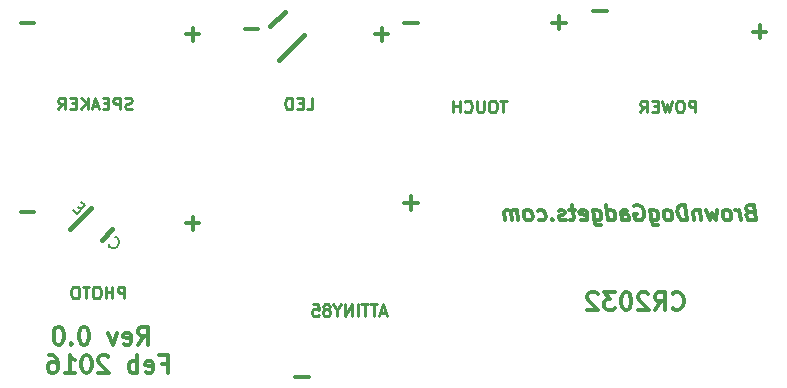
<source format=gbo>
G04 #@! TF.FileFunction,Legend,Bot*
%FSLAX46Y46*%
G04 Gerber Fmt 4.6, Leading zero omitted, Abs format (unit mm)*
G04 Created by KiCad (PCBNEW (2015-08-15 BZR 6092)-product) date 2/28/2016 12:14:40 PM*
%MOMM*%
G01*
G04 APERTURE LIST*
%ADD10C,0.100000*%
%ADD11C,0.300000*%
%ADD12C,0.250000*%
%ADD13C,0.400000*%
%ADD14C,0.150000*%
G04 APERTURE END LIST*
D10*
D11*
X119375713Y-55358571D02*
X119875713Y-54644286D01*
X120232856Y-55358571D02*
X120232856Y-53858571D01*
X119661428Y-53858571D01*
X119518570Y-53930000D01*
X119447142Y-54001429D01*
X119375713Y-54144286D01*
X119375713Y-54358571D01*
X119447142Y-54501429D01*
X119518570Y-54572857D01*
X119661428Y-54644286D01*
X120232856Y-54644286D01*
X118161428Y-55287143D02*
X118304285Y-55358571D01*
X118589999Y-55358571D01*
X118732856Y-55287143D01*
X118804285Y-55144286D01*
X118804285Y-54572857D01*
X118732856Y-54430000D01*
X118589999Y-54358571D01*
X118304285Y-54358571D01*
X118161428Y-54430000D01*
X118089999Y-54572857D01*
X118089999Y-54715714D01*
X118804285Y-54858571D01*
X117589999Y-54358571D02*
X117232856Y-55358571D01*
X116875714Y-54358571D01*
X114875714Y-53858571D02*
X114732857Y-53858571D01*
X114590000Y-53930000D01*
X114518571Y-54001429D01*
X114447142Y-54144286D01*
X114375714Y-54430000D01*
X114375714Y-54787143D01*
X114447142Y-55072857D01*
X114518571Y-55215714D01*
X114590000Y-55287143D01*
X114732857Y-55358571D01*
X114875714Y-55358571D01*
X115018571Y-55287143D01*
X115090000Y-55215714D01*
X115161428Y-55072857D01*
X115232857Y-54787143D01*
X115232857Y-54430000D01*
X115161428Y-54144286D01*
X115090000Y-54001429D01*
X115018571Y-53930000D01*
X114875714Y-53858571D01*
X113732857Y-55215714D02*
X113661429Y-55287143D01*
X113732857Y-55358571D01*
X113804286Y-55287143D01*
X113732857Y-55215714D01*
X113732857Y-55358571D01*
X112732857Y-53858571D02*
X112590000Y-53858571D01*
X112447143Y-53930000D01*
X112375714Y-54001429D01*
X112304285Y-54144286D01*
X112232857Y-54430000D01*
X112232857Y-54787143D01*
X112304285Y-55072857D01*
X112375714Y-55215714D01*
X112447143Y-55287143D01*
X112590000Y-55358571D01*
X112732857Y-55358571D01*
X112875714Y-55287143D01*
X112947143Y-55215714D01*
X113018571Y-55072857D01*
X113090000Y-54787143D01*
X113090000Y-54430000D01*
X113018571Y-54144286D01*
X112947143Y-54001429D01*
X112875714Y-53930000D01*
X112732857Y-53858571D01*
X121375713Y-56972857D02*
X121875713Y-56972857D01*
X121875713Y-57758571D02*
X121875713Y-56258571D01*
X121161427Y-56258571D01*
X120018571Y-57687143D02*
X120161428Y-57758571D01*
X120447142Y-57758571D01*
X120589999Y-57687143D01*
X120661428Y-57544286D01*
X120661428Y-56972857D01*
X120589999Y-56830000D01*
X120447142Y-56758571D01*
X120161428Y-56758571D01*
X120018571Y-56830000D01*
X119947142Y-56972857D01*
X119947142Y-57115714D01*
X120661428Y-57258571D01*
X119304285Y-57758571D02*
X119304285Y-56258571D01*
X119304285Y-56830000D02*
X119161428Y-56758571D01*
X118875714Y-56758571D01*
X118732857Y-56830000D01*
X118661428Y-56901429D01*
X118589999Y-57044286D01*
X118589999Y-57472857D01*
X118661428Y-57615714D01*
X118732857Y-57687143D01*
X118875714Y-57758571D01*
X119161428Y-57758571D01*
X119304285Y-57687143D01*
X116875714Y-56401429D02*
X116804285Y-56330000D01*
X116661428Y-56258571D01*
X116304285Y-56258571D01*
X116161428Y-56330000D01*
X116089999Y-56401429D01*
X116018571Y-56544286D01*
X116018571Y-56687143D01*
X116089999Y-56901429D01*
X116947142Y-57758571D01*
X116018571Y-57758571D01*
X115090000Y-56258571D02*
X114947143Y-56258571D01*
X114804286Y-56330000D01*
X114732857Y-56401429D01*
X114661428Y-56544286D01*
X114590000Y-56830000D01*
X114590000Y-57187143D01*
X114661428Y-57472857D01*
X114732857Y-57615714D01*
X114804286Y-57687143D01*
X114947143Y-57758571D01*
X115090000Y-57758571D01*
X115232857Y-57687143D01*
X115304286Y-57615714D01*
X115375714Y-57472857D01*
X115447143Y-57187143D01*
X115447143Y-56830000D01*
X115375714Y-56544286D01*
X115304286Y-56401429D01*
X115232857Y-56330000D01*
X115090000Y-56258571D01*
X113161429Y-57758571D02*
X114018572Y-57758571D01*
X113590000Y-57758571D02*
X113590000Y-56258571D01*
X113732857Y-56472857D01*
X113875715Y-56615714D01*
X114018572Y-56687143D01*
X111875715Y-56258571D02*
X112161429Y-56258571D01*
X112304286Y-56330000D01*
X112375715Y-56401429D01*
X112518572Y-56615714D01*
X112590001Y-56901429D01*
X112590001Y-57472857D01*
X112518572Y-57615714D01*
X112447144Y-57687143D01*
X112304286Y-57758571D01*
X112018572Y-57758571D01*
X111875715Y-57687143D01*
X111804286Y-57615714D01*
X111732858Y-57472857D01*
X111732858Y-57115714D01*
X111804286Y-56972857D01*
X111875715Y-56901429D01*
X112018572Y-56830000D01*
X112304286Y-56830000D01*
X112447144Y-56901429D01*
X112518572Y-56972857D01*
X112590001Y-57115714D01*
X133821428Y-58107143D02*
X132678571Y-58107143D01*
D12*
X118869048Y-35404762D02*
X118726191Y-35452381D01*
X118488095Y-35452381D01*
X118392857Y-35404762D01*
X118345238Y-35357143D01*
X118297619Y-35261905D01*
X118297619Y-35166667D01*
X118345238Y-35071429D01*
X118392857Y-35023810D01*
X118488095Y-34976190D01*
X118678572Y-34928571D01*
X118773810Y-34880952D01*
X118821429Y-34833333D01*
X118869048Y-34738095D01*
X118869048Y-34642857D01*
X118821429Y-34547619D01*
X118773810Y-34500000D01*
X118678572Y-34452381D01*
X118440476Y-34452381D01*
X118297619Y-34500000D01*
X117869048Y-35452381D02*
X117869048Y-34452381D01*
X117488095Y-34452381D01*
X117392857Y-34500000D01*
X117345238Y-34547619D01*
X117297619Y-34642857D01*
X117297619Y-34785714D01*
X117345238Y-34880952D01*
X117392857Y-34928571D01*
X117488095Y-34976190D01*
X117869048Y-34976190D01*
X116869048Y-34928571D02*
X116535714Y-34928571D01*
X116392857Y-35452381D02*
X116869048Y-35452381D01*
X116869048Y-34452381D01*
X116392857Y-34452381D01*
X116011905Y-35166667D02*
X115535714Y-35166667D01*
X116107143Y-35452381D02*
X115773810Y-34452381D01*
X115440476Y-35452381D01*
X115107143Y-35452381D02*
X115107143Y-34452381D01*
X114535714Y-35452381D02*
X114964286Y-34880952D01*
X114535714Y-34452381D02*
X115107143Y-35023810D01*
X114107143Y-34928571D02*
X113773809Y-34928571D01*
X113630952Y-35452381D02*
X114107143Y-35452381D01*
X114107143Y-34452381D01*
X113630952Y-34452381D01*
X112630952Y-35452381D02*
X112964286Y-34976190D01*
X113202381Y-35452381D02*
X113202381Y-34452381D01*
X112821428Y-34452381D01*
X112726190Y-34500000D01*
X112678571Y-34547619D01*
X112630952Y-34642857D01*
X112630952Y-34785714D01*
X112678571Y-34880952D01*
X112726190Y-34928571D01*
X112821428Y-34976190D01*
X113202381Y-34976190D01*
D11*
X143071428Y-43357143D02*
X141928571Y-43357143D01*
X142500000Y-43928571D02*
X142500000Y-42785714D01*
D12*
X118214286Y-51452381D02*
X118214286Y-50452381D01*
X117833333Y-50452381D01*
X117738095Y-50500000D01*
X117690476Y-50547619D01*
X117642857Y-50642857D01*
X117642857Y-50785714D01*
X117690476Y-50880952D01*
X117738095Y-50928571D01*
X117833333Y-50976190D01*
X118214286Y-50976190D01*
X117214286Y-51452381D02*
X117214286Y-50452381D01*
X117214286Y-50928571D02*
X116642857Y-50928571D01*
X116642857Y-51452381D02*
X116642857Y-50452381D01*
X115976191Y-50452381D02*
X115785714Y-50452381D01*
X115690476Y-50500000D01*
X115595238Y-50595238D01*
X115547619Y-50785714D01*
X115547619Y-51119048D01*
X115595238Y-51309524D01*
X115690476Y-51404762D01*
X115785714Y-51452381D01*
X115976191Y-51452381D01*
X116071429Y-51404762D01*
X116166667Y-51309524D01*
X116214286Y-51119048D01*
X116214286Y-50785714D01*
X116166667Y-50595238D01*
X116071429Y-50500000D01*
X115976191Y-50452381D01*
X115261905Y-50452381D02*
X114690476Y-50452381D01*
X114976191Y-51452381D02*
X114976191Y-50452381D01*
X114166667Y-50452381D02*
X113976190Y-50452381D01*
X113880952Y-50500000D01*
X113785714Y-50595238D01*
X113738095Y-50785714D01*
X113738095Y-51119048D01*
X113785714Y-51309524D01*
X113880952Y-51404762D01*
X113976190Y-51452381D01*
X114166667Y-51452381D01*
X114261905Y-51404762D01*
X114357143Y-51309524D01*
X114404762Y-51119048D01*
X114404762Y-50785714D01*
X114357143Y-50595238D01*
X114261905Y-50500000D01*
X114166667Y-50452381D01*
D11*
X124571428Y-45107143D02*
X123428571Y-45107143D01*
X124000000Y-45678571D02*
X124000000Y-44535714D01*
X110571428Y-44107143D02*
X109428571Y-44107143D01*
X110571428Y-28107143D02*
X109428571Y-28107143D01*
X159071428Y-27107143D02*
X157928571Y-27107143D01*
X172571428Y-28857143D02*
X171428571Y-28857143D01*
X172000000Y-29428571D02*
X172000000Y-28285714D01*
X143071428Y-28107143D02*
X141928571Y-28107143D01*
X155571428Y-28107143D02*
X154428571Y-28107143D01*
X155000000Y-28678571D02*
X155000000Y-27535714D01*
X129571428Y-28607143D02*
X128428571Y-28607143D01*
X124571428Y-29107143D02*
X123428571Y-29107143D01*
X124000000Y-29678571D02*
X124000000Y-28535714D01*
D12*
X166559524Y-35702381D02*
X166559524Y-34702381D01*
X166178571Y-34702381D01*
X166083333Y-34750000D01*
X166035714Y-34797619D01*
X165988095Y-34892857D01*
X165988095Y-35035714D01*
X166035714Y-35130952D01*
X166083333Y-35178571D01*
X166178571Y-35226190D01*
X166559524Y-35226190D01*
X165369048Y-34702381D02*
X165178571Y-34702381D01*
X165083333Y-34750000D01*
X164988095Y-34845238D01*
X164940476Y-35035714D01*
X164940476Y-35369048D01*
X164988095Y-35559524D01*
X165083333Y-35654762D01*
X165178571Y-35702381D01*
X165369048Y-35702381D01*
X165464286Y-35654762D01*
X165559524Y-35559524D01*
X165607143Y-35369048D01*
X165607143Y-35035714D01*
X165559524Y-34845238D01*
X165464286Y-34750000D01*
X165369048Y-34702381D01*
X164607143Y-34702381D02*
X164369048Y-35702381D01*
X164178571Y-34988095D01*
X163988095Y-35702381D01*
X163750000Y-34702381D01*
X163369048Y-35178571D02*
X163035714Y-35178571D01*
X162892857Y-35702381D02*
X163369048Y-35702381D01*
X163369048Y-34702381D01*
X162892857Y-34702381D01*
X161892857Y-35702381D02*
X162226191Y-35226190D01*
X162464286Y-35702381D02*
X162464286Y-34702381D01*
X162083333Y-34702381D01*
X161988095Y-34750000D01*
X161940476Y-34797619D01*
X161892857Y-34892857D01*
X161892857Y-35035714D01*
X161940476Y-35130952D01*
X161988095Y-35178571D01*
X162083333Y-35226190D01*
X162464286Y-35226190D01*
X150607143Y-34702381D02*
X150035714Y-34702381D01*
X150321429Y-35702381D02*
X150321429Y-34702381D01*
X149511905Y-34702381D02*
X149321428Y-34702381D01*
X149226190Y-34750000D01*
X149130952Y-34845238D01*
X149083333Y-35035714D01*
X149083333Y-35369048D01*
X149130952Y-35559524D01*
X149226190Y-35654762D01*
X149321428Y-35702381D01*
X149511905Y-35702381D01*
X149607143Y-35654762D01*
X149702381Y-35559524D01*
X149750000Y-35369048D01*
X149750000Y-35035714D01*
X149702381Y-34845238D01*
X149607143Y-34750000D01*
X149511905Y-34702381D01*
X148654762Y-34702381D02*
X148654762Y-35511905D01*
X148607143Y-35607143D01*
X148559524Y-35654762D01*
X148464286Y-35702381D01*
X148273809Y-35702381D01*
X148178571Y-35654762D01*
X148130952Y-35607143D01*
X148083333Y-35511905D01*
X148083333Y-34702381D01*
X147035714Y-35607143D02*
X147083333Y-35654762D01*
X147226190Y-35702381D01*
X147321428Y-35702381D01*
X147464286Y-35654762D01*
X147559524Y-35559524D01*
X147607143Y-35464286D01*
X147654762Y-35273810D01*
X147654762Y-35130952D01*
X147607143Y-34940476D01*
X147559524Y-34845238D01*
X147464286Y-34750000D01*
X147321428Y-34702381D01*
X147226190Y-34702381D01*
X147083333Y-34750000D01*
X147035714Y-34797619D01*
X146607143Y-35702381D02*
X146607143Y-34702381D01*
X146607143Y-35178571D02*
X146035714Y-35178571D01*
X146035714Y-35702381D02*
X146035714Y-34702381D01*
X133642857Y-35452381D02*
X134119048Y-35452381D01*
X134119048Y-34452381D01*
X133309524Y-34928571D02*
X132976190Y-34928571D01*
X132833333Y-35452381D02*
X133309524Y-35452381D01*
X133309524Y-34452381D01*
X132833333Y-34452381D01*
X132404762Y-35452381D02*
X132404762Y-34452381D01*
X132166667Y-34452381D01*
X132023809Y-34500000D01*
X131928571Y-34595238D01*
X131880952Y-34690476D01*
X131833333Y-34880952D01*
X131833333Y-35023810D01*
X131880952Y-35214286D01*
X131928571Y-35309524D01*
X132023809Y-35404762D01*
X132166667Y-35452381D01*
X132404762Y-35452381D01*
D11*
X140571428Y-29107143D02*
X139428571Y-29107143D01*
X140000000Y-29678571D02*
X140000000Y-28535714D01*
D12*
X140392857Y-52666667D02*
X139916666Y-52666667D01*
X140488095Y-52952381D02*
X140154762Y-51952381D01*
X139821428Y-52952381D01*
X139630952Y-51952381D02*
X139059523Y-51952381D01*
X139345238Y-52952381D02*
X139345238Y-51952381D01*
X138869047Y-51952381D02*
X138297618Y-51952381D01*
X138583333Y-52952381D02*
X138583333Y-51952381D01*
X137964285Y-52952381D02*
X137964285Y-51952381D01*
X137488095Y-52952381D02*
X137488095Y-51952381D01*
X136916666Y-52952381D01*
X136916666Y-51952381D01*
X136250000Y-52476190D02*
X136250000Y-52952381D01*
X136583333Y-51952381D02*
X136250000Y-52476190D01*
X135916666Y-51952381D01*
X135440476Y-52380952D02*
X135535714Y-52333333D01*
X135583333Y-52285714D01*
X135630952Y-52190476D01*
X135630952Y-52142857D01*
X135583333Y-52047619D01*
X135535714Y-52000000D01*
X135440476Y-51952381D01*
X135249999Y-51952381D01*
X135154761Y-52000000D01*
X135107142Y-52047619D01*
X135059523Y-52142857D01*
X135059523Y-52190476D01*
X135107142Y-52285714D01*
X135154761Y-52333333D01*
X135249999Y-52380952D01*
X135440476Y-52380952D01*
X135535714Y-52428571D01*
X135583333Y-52476190D01*
X135630952Y-52571429D01*
X135630952Y-52761905D01*
X135583333Y-52857143D01*
X135535714Y-52904762D01*
X135440476Y-52952381D01*
X135249999Y-52952381D01*
X135154761Y-52904762D01*
X135107142Y-52857143D01*
X135059523Y-52761905D01*
X135059523Y-52571429D01*
X135107142Y-52476190D01*
X135154761Y-52428571D01*
X135249999Y-52380952D01*
X134154761Y-51952381D02*
X134630952Y-51952381D01*
X134678571Y-52428571D01*
X134630952Y-52380952D01*
X134535714Y-52333333D01*
X134297618Y-52333333D01*
X134202380Y-52380952D01*
X134154761Y-52428571D01*
X134107142Y-52523810D01*
X134107142Y-52761905D01*
X134154761Y-52857143D01*
X134202380Y-52904762D01*
X134297618Y-52952381D01*
X134535714Y-52952381D01*
X134630952Y-52904762D01*
X134678571Y-52857143D01*
D11*
X164642856Y-52285714D02*
X164714285Y-52357143D01*
X164928571Y-52428571D01*
X165071428Y-52428571D01*
X165285713Y-52357143D01*
X165428571Y-52214286D01*
X165499999Y-52071429D01*
X165571428Y-51785714D01*
X165571428Y-51571429D01*
X165499999Y-51285714D01*
X165428571Y-51142857D01*
X165285713Y-51000000D01*
X165071428Y-50928571D01*
X164928571Y-50928571D01*
X164714285Y-51000000D01*
X164642856Y-51071429D01*
X163142856Y-52428571D02*
X163642856Y-51714286D01*
X163999999Y-52428571D02*
X163999999Y-50928571D01*
X163428571Y-50928571D01*
X163285713Y-51000000D01*
X163214285Y-51071429D01*
X163142856Y-51214286D01*
X163142856Y-51428571D01*
X163214285Y-51571429D01*
X163285713Y-51642857D01*
X163428571Y-51714286D01*
X163999999Y-51714286D01*
X162571428Y-51071429D02*
X162499999Y-51000000D01*
X162357142Y-50928571D01*
X161999999Y-50928571D01*
X161857142Y-51000000D01*
X161785713Y-51071429D01*
X161714285Y-51214286D01*
X161714285Y-51357143D01*
X161785713Y-51571429D01*
X162642856Y-52428571D01*
X161714285Y-52428571D01*
X160785714Y-50928571D02*
X160642857Y-50928571D01*
X160500000Y-51000000D01*
X160428571Y-51071429D01*
X160357142Y-51214286D01*
X160285714Y-51500000D01*
X160285714Y-51857143D01*
X160357142Y-52142857D01*
X160428571Y-52285714D01*
X160500000Y-52357143D01*
X160642857Y-52428571D01*
X160785714Y-52428571D01*
X160928571Y-52357143D01*
X161000000Y-52285714D01*
X161071428Y-52142857D01*
X161142857Y-51857143D01*
X161142857Y-51500000D01*
X161071428Y-51214286D01*
X161000000Y-51071429D01*
X160928571Y-51000000D01*
X160785714Y-50928571D01*
X159785714Y-50928571D02*
X158857143Y-50928571D01*
X159357143Y-51500000D01*
X159142857Y-51500000D01*
X159000000Y-51571429D01*
X158928571Y-51642857D01*
X158857143Y-51785714D01*
X158857143Y-52142857D01*
X158928571Y-52285714D01*
X159000000Y-52357143D01*
X159142857Y-52428571D01*
X159571429Y-52428571D01*
X159714286Y-52357143D01*
X159785714Y-52285714D01*
X158285715Y-51071429D02*
X158214286Y-51000000D01*
X158071429Y-50928571D01*
X157714286Y-50928571D01*
X157571429Y-51000000D01*
X157500000Y-51071429D01*
X157428572Y-51214286D01*
X157428572Y-51357143D01*
X157500000Y-51571429D01*
X158357143Y-52428571D01*
X157428572Y-52428571D01*
X171171725Y-44157143D02*
X170993749Y-44219048D01*
X170939582Y-44280952D01*
X170893153Y-44404762D01*
X170916367Y-44590476D01*
X170993749Y-44714286D01*
X171063392Y-44776190D01*
X171194939Y-44838095D01*
X171690177Y-44838095D01*
X171527677Y-43538095D01*
X171094344Y-43538095D01*
X170978272Y-43600000D01*
X170924106Y-43661905D01*
X170877677Y-43785714D01*
X170893153Y-43909524D01*
X170970535Y-44033333D01*
X171040177Y-44095238D01*
X171171725Y-44157143D01*
X171605058Y-44157143D01*
X170390177Y-44838095D02*
X170281844Y-43971429D01*
X170312796Y-44219048D02*
X170235415Y-44095238D01*
X170165773Y-44033333D01*
X170034225Y-43971429D01*
X169910416Y-43971429D01*
X169399701Y-44838095D02*
X169515772Y-44776190D01*
X169569939Y-44714286D01*
X169616367Y-44590476D01*
X169569939Y-44219048D01*
X169492558Y-44095238D01*
X169422915Y-44033333D01*
X169291368Y-43971429D01*
X169105654Y-43971429D01*
X168989582Y-44033333D01*
X168935415Y-44095238D01*
X168888987Y-44219048D01*
X168935415Y-44590476D01*
X169012796Y-44714286D01*
X169082439Y-44776190D01*
X169213987Y-44838095D01*
X169399701Y-44838095D01*
X168424702Y-43971429D02*
X168285416Y-44838095D01*
X167960416Y-44219048D01*
X167790178Y-44838095D01*
X167434226Y-43971429D01*
X166938987Y-43971429D02*
X167047320Y-44838095D01*
X166954463Y-44095238D02*
X166884820Y-44033333D01*
X166753273Y-43971429D01*
X166567559Y-43971429D01*
X166451487Y-44033333D01*
X166405058Y-44157143D01*
X166490177Y-44838095D01*
X165871130Y-44838095D02*
X165708630Y-43538095D01*
X165399106Y-43538095D01*
X165221130Y-43600000D01*
X165112797Y-43723810D01*
X165066368Y-43847619D01*
X165035416Y-44095238D01*
X165058630Y-44280952D01*
X165151487Y-44528571D01*
X165228869Y-44652381D01*
X165368154Y-44776190D01*
X165561606Y-44838095D01*
X165871130Y-44838095D01*
X164385416Y-44838095D02*
X164501487Y-44776190D01*
X164555654Y-44714286D01*
X164602082Y-44590476D01*
X164555654Y-44219048D01*
X164478273Y-44095238D01*
X164408630Y-44033333D01*
X164277083Y-43971429D01*
X164091369Y-43971429D01*
X163975297Y-44033333D01*
X163921130Y-44095238D01*
X163874702Y-44219048D01*
X163921130Y-44590476D01*
X163998511Y-44714286D01*
X164068154Y-44776190D01*
X164199702Y-44838095D01*
X164385416Y-44838095D01*
X162729464Y-43971429D02*
X162861011Y-45023810D01*
X162938392Y-45147619D01*
X163008036Y-45209524D01*
X163139583Y-45271429D01*
X163325298Y-45271429D01*
X163441369Y-45209524D01*
X162830059Y-44776190D02*
X162961607Y-44838095D01*
X163209226Y-44838095D01*
X163325297Y-44776190D01*
X163379464Y-44714286D01*
X163425892Y-44590476D01*
X163379464Y-44219048D01*
X163302083Y-44095238D01*
X163232440Y-44033333D01*
X163100893Y-43971429D01*
X162853274Y-43971429D01*
X162737202Y-44033333D01*
X161383036Y-43600000D02*
X161499107Y-43538095D01*
X161684822Y-43538095D01*
X161878274Y-43600000D01*
X162017559Y-43723810D01*
X162094940Y-43847619D01*
X162187798Y-44095238D01*
X162211012Y-44280952D01*
X162180059Y-44528571D01*
X162133631Y-44652381D01*
X162025298Y-44776190D01*
X161847322Y-44838095D01*
X161723512Y-44838095D01*
X161530060Y-44776190D01*
X161460417Y-44714286D01*
X161406250Y-44280952D01*
X161653869Y-44280952D01*
X160361607Y-44838095D02*
X160276488Y-44157143D01*
X160322917Y-44033333D01*
X160438989Y-43971429D01*
X160686608Y-43971429D01*
X160818155Y-44033333D01*
X160353869Y-44776190D02*
X160485417Y-44838095D01*
X160794941Y-44838095D01*
X160911012Y-44776190D01*
X160957441Y-44652381D01*
X160941964Y-44528571D01*
X160864583Y-44404762D01*
X160733036Y-44342857D01*
X160423512Y-44342857D01*
X160291964Y-44280952D01*
X159185417Y-44838095D02*
X159022917Y-43538095D01*
X159177679Y-44776190D02*
X159309227Y-44838095D01*
X159556846Y-44838095D01*
X159672917Y-44776190D01*
X159727084Y-44714286D01*
X159773512Y-44590476D01*
X159727084Y-44219048D01*
X159649703Y-44095238D01*
X159580060Y-44033333D01*
X159448513Y-43971429D01*
X159200894Y-43971429D01*
X159084822Y-44033333D01*
X157900894Y-43971429D02*
X158032441Y-45023810D01*
X158109822Y-45147619D01*
X158179466Y-45209524D01*
X158311013Y-45271429D01*
X158496728Y-45271429D01*
X158612799Y-45209524D01*
X158001489Y-44776190D02*
X158133037Y-44838095D01*
X158380656Y-44838095D01*
X158496727Y-44776190D01*
X158550894Y-44714286D01*
X158597322Y-44590476D01*
X158550894Y-44219048D01*
X158473513Y-44095238D01*
X158403870Y-44033333D01*
X158272323Y-43971429D01*
X158024704Y-43971429D01*
X157908632Y-44033333D01*
X156887204Y-44776190D02*
X157018752Y-44838095D01*
X157266371Y-44838095D01*
X157382442Y-44776190D01*
X157428871Y-44652381D01*
X157366966Y-44157143D01*
X157289585Y-44033333D01*
X157158038Y-43971429D01*
X156910419Y-43971429D01*
X156794347Y-44033333D01*
X156747918Y-44157143D01*
X156763394Y-44280952D01*
X157397918Y-44404762D01*
X156353275Y-43971429D02*
X155858037Y-43971429D01*
X156113394Y-43538095D02*
X156252680Y-44652381D01*
X156206251Y-44776190D01*
X156090180Y-44838095D01*
X155966370Y-44838095D01*
X155587204Y-44776190D02*
X155471132Y-44838095D01*
X155223513Y-44838095D01*
X155091966Y-44776190D01*
X155014585Y-44652381D01*
X155006846Y-44590476D01*
X155053275Y-44466667D01*
X155169346Y-44404762D01*
X155355061Y-44404762D01*
X155471132Y-44342857D01*
X155517561Y-44219048D01*
X155509823Y-44157143D01*
X155432442Y-44033333D01*
X155300895Y-43971429D01*
X155115180Y-43971429D01*
X154999109Y-44033333D01*
X154465180Y-44714286D02*
X154411013Y-44776190D01*
X154480656Y-44838095D01*
X154534823Y-44776190D01*
X154465180Y-44714286D01*
X154480656Y-44838095D01*
X153296727Y-44776190D02*
X153428275Y-44838095D01*
X153675894Y-44838095D01*
X153791965Y-44776190D01*
X153846132Y-44714286D01*
X153892560Y-44590476D01*
X153846132Y-44219048D01*
X153768751Y-44095238D01*
X153699108Y-44033333D01*
X153567561Y-43971429D01*
X153319942Y-43971429D01*
X153203870Y-44033333D01*
X152561608Y-44838095D02*
X152677679Y-44776190D01*
X152731846Y-44714286D01*
X152778274Y-44590476D01*
X152731846Y-44219048D01*
X152654465Y-44095238D01*
X152584822Y-44033333D01*
X152453275Y-43971429D01*
X152267561Y-43971429D01*
X152151489Y-44033333D01*
X152097322Y-44095238D01*
X152050894Y-44219048D01*
X152097322Y-44590476D01*
X152174703Y-44714286D01*
X152244346Y-44776190D01*
X152375894Y-44838095D01*
X152561608Y-44838095D01*
X151571132Y-44838095D02*
X151462799Y-43971429D01*
X151478275Y-44095238D02*
X151408632Y-44033333D01*
X151277085Y-43971429D01*
X151091371Y-43971429D01*
X150975299Y-44033333D01*
X150928870Y-44157143D01*
X151013989Y-44838095D01*
X150928870Y-44157143D02*
X150851490Y-44033333D01*
X150719942Y-43971429D01*
X150534228Y-43971429D01*
X150418156Y-44033333D01*
X150371727Y-44157143D01*
X150456846Y-44838095D01*
D13*
X115409010Y-43823223D02*
X113641243Y-45590990D01*
X117176777Y-45590990D02*
X116292893Y-46474874D01*
X131823223Y-27176777D02*
X130585786Y-28414214D01*
X133414214Y-29121320D02*
X131292893Y-31242641D01*
D14*
X114550381Y-43924238D02*
X114314678Y-43688535D01*
X113843274Y-43957910D02*
X114179991Y-44294628D01*
X114887098Y-43587521D01*
X114550380Y-43250803D01*
X116882148Y-46862099D02*
X116882148Y-46929442D01*
X116949492Y-47064129D01*
X117016835Y-47131472D01*
X117151523Y-47198817D01*
X117286210Y-47198817D01*
X117387225Y-47165145D01*
X117555583Y-47064130D01*
X117656599Y-46963114D01*
X117757614Y-46794755D01*
X117791286Y-46693740D01*
X117791286Y-46559053D01*
X117723942Y-46424366D01*
X117656598Y-46357022D01*
X117521912Y-46289679D01*
X117454568Y-46289679D01*
M02*

</source>
